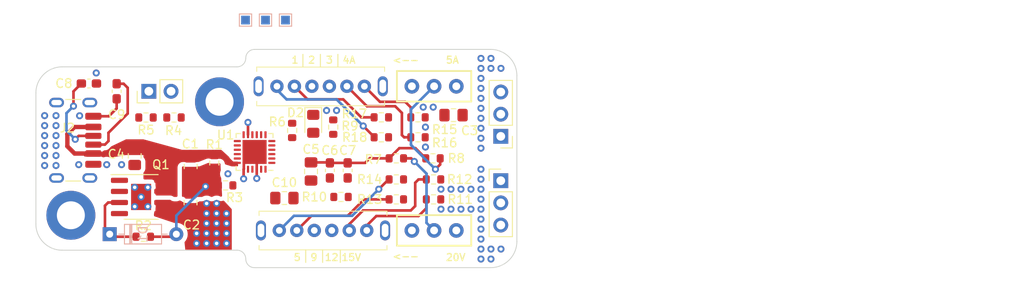
<source format=kicad_pcb>
(kicad_pcb (version 20221018) (generator pcbnew)
  (layers (0 "F.Cu" signal) (1 "In1.Cu" power "GND") (2 "In2.Cu" power "PWR") (31 "B.Cu" signal) (34 "B.Paste" user) (35 "F.Paste" user) (36 "B.SilkS" user "B.Silkscreen") (37 "F.SilkS" user "F.Silkscreen") (38 "B.Mask" user) (39 "F.Mask" user) (44 "Edge.Cuts" user))
  (net 0 "")
  (net 1 "VBUS")
  (net 2 "Net-(D1-A)")
  (net 3 "+VSW")
  (net 4 "GND")
  (net 5 "+3V3")
  (net 6 "Net-(J2-CC1)")
  (net 7 "Net-(J2-CC2)")
  (net 8 "Net-(U1-VCCD)")
  (net 9 "Net-(D1-K)")
  (net 10 "Net-(D2-A)")
  (net 12 "Net-(J3-Pin_1)")
  (net 13 "Net-(J3-Pin_2)")
  (net 14 "Net-(U1-VBUS_FET_EN)")
  (net 15 "Net-(U1-FAULT)")
  (net 16 "Net-(SW1-B)")
  (net 17 "Net-(SW2-B)")
  (net 18 "Net-(U1-ISNK_FINE)")
  (net 19 "Net-(U1-VBUS_MIN)")
  (net 20 "Net-(R11-Pad1)")
  (net 21 "Net-(R12-Pad1)")
  (net 22 "Net-(R13-Pad1)")
  (net 23 "Net-(R14-Pad1)")
  (net 24 "Net-(R15-Pad1)")
  (net 25 "Net-(R16-Pad1)")
  (net 26 "Net-(R17-Pad1)")
  (net 27 "Net-(SW2-C)")
  (net 28 "Net-(SW1-A)")
  (net 30 "Net-(R18-Pad1)")
  (net 32 "Net-(U1-SAFE_PWR_EN)")
  (net 33 "Net-(U1-FLIP)")
  (footprint "MountingHole:MountingHole_3.2mm_M3_DIN965_Pad" (layer "F.Cu") (at 138 85)
    (fp_text reference "H1" hide)
    (fp_text value "MountingHole")
    (pad "1" thru_hole circle (at 0 0) (size 5.6 5.6) (drill 3.2) (layers "*.Cu" "*.Mask"))
  )
  (footprint "Resistor_SMD:R_0603_1608Metric" (layer "F.Cu") (at 162.471 93.893)
    (fp_text reference "R12" (at 2.985 0) (layer "F.SilkS"))
    (fp_text value "2k4")
    (pad "1" smd roundrect (at -0.825 0) (size 0.8 0.95) (layers "F.Cu" "F.Paste" "F.Mask") (net 21 "Net-(R12-Pad1)"))
    (pad "2" smd roundrect (at 0.825 0) (size 0.8 0.95) (layers "F.Cu" "F.Paste" "F.Mask") (net 4 "GND"))
  )
  (footprint "Connector_PinHeader_2.54mm:PinHeader_1x03_P2.54mm_Vertical" (layer "F.Cu") (at 170.16 94.04)
    (fp_text reference "J4" hide)
    (fp_text value "Conn_01x03")
    (pad "1" thru_hole rect (at 0 0) (size 1.7 1.7) (drill 1) (layers "*.Cu" "*.Mask") (net 4 "GND"))
    (pad "2" thru_hole oval (at 0 2.54) (size 1.7 1.7) (drill 1) (layers "*.Cu" "*.Mask") (net 4 "GND"))
    (pad "3" thru_hole oval (at 0 5.08) (size 1.7 1.7) (drill 1) (layers "*.Cu" "*.Mask") (net 4 "GND"))
  )
  (footprint "USB:SK-14D01-G 6" (layer "F.Cu") (at 149.565 83.225)
    (fp_text reference "SW4" hide)
    (fp_text value "~")
    (pad "1" thru_hole circle (at -5 0) (size 1.524 1.524) (drill 0.762) (layers "*.Cu" "*.Mask") (net 30 "Net-(R18-Pad1)"))
    (pad "2" thru_hole circle (at -3 0) (size 1.524 1.524) (drill 0.762) (layers "*.Cu" "*.Mask") (net 26 "Net-(R17-Pad1)"))
    (pad "3" thru_hole circle (at -1 0) (size 1.524 1.524) (drill 0.762) (layers "*.Cu" "*.Mask") (net 27 "Net-(SW2-C)"))
    (pad "4" thru_hole circle (at 1 0) (size 1.524 1.524) (drill 0.762) (layers "*.Cu" "*.Mask") (net 27 "Net-(SW2-C)"))
    (pad "5" thru_hole circle (at 3 0) (size 1.524 1.524) (drill 0.762) (layers "*.Cu" "*.Mask") (net 25 "Net-(R16-Pad1)"))
    (pad "6" thru_hole circle (at 5 0) (size 1.524 1.524) (drill 0.762) (layers "*.Cu" "*.Mask") (net 24 "Net-(R15-Pad1)"))
    (pad "S1" thru_hole oval (at -7.1 0) (size 1.143 2.286) (drill oval 0.762 1.524) (layers "*.Cu" "*.Mask"))
    (pad "S2" thru_hole oval (at 7.1 0) (size 1.143 2.286) (drill oval 0.762 1.524) (layers "*.Cu" "*.Mask"))
  )
  (footprint "SS12D00_switch:Schiebeschalter SS-12D00" (layer "F.Cu") (at 162.535 99.735)
    (fp_text reference "SW1" hide)
    (fp_text value "SW_SPDT")
    (pad "1" thru_hole circle (at -2.54 0) (size 1.6764 1.6764) (drill 0.9) (layers "*.Cu" "*.Mask") (net 28 "Net-(SW1-A)"))
    (pad "2" thru_hole circle (at 0 0) (size 1.6764 1.6764) (drill 0.9) (layers "*.Cu" "*.Mask") (net 16 "Net-(SW1-B)"))
    (pad "3" thru_hole circle (at 2.54 0) (size 1.6764 1.6764) (drill 0.9) (layers "*.Cu" "*.Mask"))
  )
  (footprint "Resistor_SMD:R_0603_1608Metric" (layer "F.Cu") (at 156.502 89.067)
    (fp_text reference "R18" (at -3.048 0) (layer "F.SilkS"))
    (fp_text value "1k")
    (pad "1" smd roundrect (at -0.825 0) (size 0.8 0.95) (layers "F.Cu" "F.Paste" "F.Mask") (net 30 "Net-(R18-Pad1)"))
    (pad "2" smd roundrect (at 0.825 0) (size 0.8 0.95) (layers "F.Cu" "F.Paste" "F.Mask") (net 4 "GND"))
  )
  (footprint "Resistor_SMD:R_0603_1608Metric" (layer "F.Cu") (at 138.7 94.577)
    (fp_text reference "R3" (at 1.016 1.397) (layer "F.SilkS"))
    (fp_text value "1K")
    (pad "1" smd roundrect (at -0.825 0) (size 0.8 0.95) (layers "F.Cu" "F.Paste" "F.Mask") (net 2 "Net-(D1-A)"))
    (pad "2" smd roundrect (at 0.825 0) (size 0.8 0.95) (layers "F.Cu" "F.Paste" "F.Mask") (net 14 "Net-(U1-VBUS_FET_EN)"))
  )
  (footprint "Resistor_SMD:R_0603_1608Metric" (layer "F.Cu") (at 156.502 86.781)
    (fp_text reference "R17" (at -3.086 -0.405) (layer "F.SilkS"))
    (fp_text value "2k4")
    (pad "1" smd roundrect (at -0.825 0) (size 0.8 0.95) (layers "F.Cu" "F.Paste" "F.Mask") (net 26 "Net-(R17-Pad1)"))
    (pad "2" smd roundrect (at 0.825 0) (size 0.8 0.95) (layers "F.Cu" "F.Paste" "F.Mask") (net 4 "GND"))
  )
  (footprint "Resistor_SMD:R_0603_1608Metric" (layer "F.Cu") (at 158.217 91.48)
    (fp_text reference "R7" (at -2.642 0.127 180) (layer "F.SilkS"))
    (fp_text value "5k1")
    (pad "1" smd roundrect (at -0.825 0) (size 0.8 0.95) (layers "F.Cu" "F.Paste" "F.Mask") (net 5 "+3V3"))
    (pad "2" smd roundrect (at 0.825 0) (size 0.8 0.95) (layers "F.Cu" "F.Paste" "F.Mask") (net 16 "Net-(SW1-B)"))
  )
  (footprint "Connector_PinHeader_2.54mm:PinHeader_1x03_P2.54mm_Vertical" (layer "F.Cu") (at 170.16 88.96 180)
    (fp_text reference "J1" hide)
    (fp_text value "Conn_01x03")
    (pad "1" thru_hole rect (at 0 0 180) (size 1.7 1.7) (drill 1) (layers "*.Cu" "*.Mask") (net 3 "+VSW"))
    (pad "2" thru_hole oval (at 0 2.54 180) (size 1.7 1.7) (drill 1) (layers "*.Cu" "*.Mask") (net 3 "+VSW"))
    (pad "3" thru_hole oval (at 0 5.08 180) (size 1.7 1.7) (drill 1) (layers "*.Cu" "*.Mask") (net 3 "+VSW"))
  )
  (footprint "Custom:USB-C 6 Pin - Long pads" (layer "F.Cu") (at 116.245 89.406 -90)
    (fp_text reference "J2" (at -1.406 -4.355 unlocked) (layer "F.SilkS"))
    (fp_text value "Type-C_6P")
    (pad "A5" smd roundrect (at -0.5 -7.325 270) (size 0.7 1.85) (layers "F.Cu" "F.Paste" "F.Mask") (net 6 "Net-(J2-CC1)"))
    (pad "A9" smd roundrect (at 1.52 -7.325 90) (size 0.76 1.85) (layers "F.Cu" "F.Paste" "F.Mask") (net 1 "VBUS"))
    (pad "A12" smd roundrect (at 2.75 -7.325 90) (size 0.8 1.85) (layers "F.Cu" "F.Paste" "F.Mask") (net 4 "GND"))
    (pad "B5" smd roundrect (at 0.5 -7.325 90) (size 0.7 1.85) (layers "F.Cu" "F.Paste" "F.Mask") (net 7 "Net-(J2-CC2)"))
    (pad "B9" smd roundrect (at -1.52 -7.325 270) (size 0.76 1.85) (layers "F.Cu" "F.Paste" "F.Mask") (net 1 "VBUS"))
    (pad "B12" smd roundrect (at -2.75 -7.325 270) (size 0.8 1.85) (layers "F.Cu" "F.Paste" "F.Mask") (net 4 "GND"))
    (pad "S1" thru_hole oval (at -4.32 -6.92 270) (size 1.1 1.7) (drill oval 0.6 1.2) (layers "*.Cu" "*.Mask" "F.Paste"))
    (pad "S1" thru_hole oval (at -4.32 -3.12 270) (size 1.1 1.7) (drill oval 0.6 1.2) (layers "*.Cu" "*.Mask" "F.Paste"))
    (pad "S1" thru_hole oval (at 4.32 -6.92 270) (size 1.1 1.7) (drill oval 0.6 1.2) (layers "*.Cu" "*.Mask" "F.Paste"))
    (pad "S1" thru_hole oval (at 4.32 -3.12 270) (size 1.1 1.7) (drill oval 0.6 1.2) (layers "*.Cu" "*.Mask" "F.Paste"))
  )
  (footprint "Capacitor_SMD:C_0805_2012Metric_Pad1.18x1.45mm_HandSolder" (layer "F.Cu") (at 128.3 91.2 -90)
    (fp_text reference "C4" (at -0.2 2.1 -180) (layer "F.SilkS"))
    (fp_text value "3u3")
    (pad "1" smd roundrect (at -1.0375 0 270) (size 1.175 1.45) (layers "F.Cu" "F.Paste" "F.Mask") (roundrect_rratio 0.212766) (net 1 "VBUS"))
    (pad "2" smd roundrect (at 1.0375 0 270) (size 1.175 1.45) (layers "F.Cu" "F.Paste" "F.Mask") (roundrect_rratio 0.212766) (net 4 "GND"))
  )
  (footprint "Resistor_SMD:R_0603_1608Metric" (layer "F.Cu") (at 137.401 92.007 -90)
    (fp_text reference "R1" (at -2.107 0.001 -180) (layer "F.SilkS"))
    (fp_text value "10k")
    (pad "1" smd roundrect (at -0.825 0 270) (size 0.8 0.95) (layers "F.Cu" "F.Paste" "F.Mask") (net 1 "VBUS"))
    (pad "2" smd roundrect (at 0.825 0 270) (size 0.8 0.95) (layers "F.Cu" "F.Paste" "F.Mask") (net 2 "Net-(D1-A)"))
  )
  (footprint "Package_SO:SOIC-8-1EP_3.9x4.9mm_P1.27mm_EP2.29x3mm" (layer "F.Cu") (at 129.032 95.901)
    (fp_text reference "Q1" (at 2.268 -3.701) (layer "F.SilkS"))
    (fp_text value "DMP3098LSD")
    (pad "1" smd roundrect (at -2.475 -1.905) (size 1.95 0.6) (layers "F.Cu" "F.Paste" "F.Mask") (net 9 "Net-(D1-K)"))
    (pad "2" smd roundrect (at -2.475 -0.635) (size 1.95 0.6) (layers "F.Cu" "F.Paste" "F.Mask") (net 2 "Net-(D1-A)"))
    (pad "3" smd roundrect (at -2.475 0.635) (size 1.95 0.6) (layers "F.Cu" "F.Paste" "F.Mask") (net 9 "Net-(D1-K)"))
    (pad "4" smd roundrect (at -2.475 1.905) (size 1.95 0.6) (layers "F.Cu" "F.Paste" "F.Mask") (net 2 "Net-(D1-A)"))
    (pad "5" smd roundrect (at 2.475 1.905) (size 1.95 0.6) (layers "F.Cu" "F.Paste" "F.Mask") (net 3 "+VSW"))
    (pad "6" smd roundrect (at 2.475 0.635) (size 1.95 0.6) (layers "F.Cu" "F.Paste" "F.Mask") (net 3 "+VSW"))
    (pad "7" smd roundrect (at 2.475 -0.635) (size 1.95 0.6) (layers "F.Cu" "F.Paste" "F.Mask") (net 1 "VBUS"))
    (pad "8" smd roundrect (at 2.475 -1.905) (size 1.95 0.6) (layers "F.Cu" "F.Paste" "F.Mask") (net 1 "VBUS"))
    (pad "9" smd rect (at 0 0) (size 2.29 3) (layers "F.Cu" "F.Mask"))
  )
  (footprint "Capacitor_SMD:C_0603_1608Metric_Pad1.08x0.95mm_HandSolder" (layer "F.Cu") (at 123.063 82.907)
    (fp_text reference "C8" (at -2.863 -0.007) (layer "F.SilkS"))
    (fp_text value "390p")
    (pad "1" smd roundrect (at -0.8625 0) (size 1.075 0.95) (layers "F.Cu" "F.Paste" "F.Mask") (net 6 "Net-(J2-CC1)"))
    (pad "2" smd roundrect (at 0.8625 0) (size 1.075 0.95) (layers "F.Cu" "F.Paste" "F.Mask") (net 4 "GND"))
  )
  (footprint "Resistor_SMD:R_0603_1608Metric" (layer "F.Cu") (at 162.408 91.48)
    (fp_text reference "R8" (at 2.667 0 180) (layer "F.SilkS"))
    (fp_text value "5k1")
    (pad "1" smd roundrect (at -0.825 0) (size 0.8 0.95) (layers "F.Cu" "F.Paste" "F.Mask") (net 5 "+3V3"))
    (pad "2" smd roundrect (at 0.825 0) (size 0.8 0.95) (layers "F.Cu" "F.Paste" "F.Mask") (net 17 "Net-(SW2-B)"))
  )
  (footprint "Capacitor_SMD:C_0805_2012Metric_Pad1.18x1.45mm_HandSolder" (layer "F.Cu") (at 134.7 92.4 -90)
    (fp_text reference "C1" (at -2.564 0.037 -180) (layer "F.SilkS"))
    (fp_text value "1u")
    (pad "1" smd roundrect (at -1.0375 0 270) (size 1.175 1.45) (layers "F.Cu" "F.Paste" "F.Mask") (roundrect_rratio 0.212766) (net 1 "VBUS"))
    (pad "2" smd roundrect (at 1.0375 0 270) (size 1.175 1.45) (layers "F.Cu" "F.Paste" "F.Mask") (roundrect_rratio 0.212766) (net 2 "Net-(D1-A)"))
  )
  (footprint "SS12D00_switch:Schiebeschalter SS-12D00" (layer "F.Cu") (at 162.535 83.225 180)
    (fp_text reference "SW2" hide)
    (fp_text value "SW_SPDT")
    (pad "1" thru_hole circle (at -2.54 0 180) (size 1.6764 1.6764) (drill 0.9) (layers "*.Cu" "*.Mask"))
    (pad "2" thru_hole circle (at 0 0 180) (size 1.6764 1.6764) (drill 0.9) (layers "*.Cu" "*.Mask") (net 17 "Net-(SW2-B)"))
    (pad "3" thru_hole circle (at 2.54 0 180) (size 1.6764 1.6764) (drill 0.9) (layers "*.Cu" "*.Mask") (net 27 "Net-(SW2-C)"))
  )
  (footprint "Capacitor_SMD:C_0603_1608Metric_Pad1.08x0.95mm_HandSolder" (layer "F.Cu") (at 126.238 83.796 -90)
    (fp_text reference "C9" (at 2.667 0 -180) (layer "F.SilkS"))
    (fp_text value "390p")
    (pad "1" smd roundrect (at -0.8625 0 270) (size 1.075 0.95) (layers "F.Cu" "F.Paste" "F.Mask") (net 7 "Net-(J2-CC2)"))
    (pad "2" smd roundrect (at 0.8625 0 270) (size 1.075 0.95) (layers "F.Cu" "F.Paste" "F.Mask") (net 4 "GND"))
  )
  (footprint "Capacitor_SMD:C_0805_2012Metric_Pad1.18x1.45mm_HandSolder" (layer "F.Cu") (at 134.685 96.548 90)
    (fp_text reference "C2" (at -2.552 0.115 180) (layer "F.SilkS"))
    (fp_text value "1u")
    (pad "1" smd roundrect (at -1.0375 0 90) (size 1.175 1.45) (layers "F.Cu" "F.Paste" "F.Mask") (roundrect_rratio 0.212766) (net 3 "+VSW"))
    (pad "2" smd roundrect (at 1.0375 0 90) (size 1.175 1.45) (layers "F.Cu" "F.Paste" "F.Mask") (roundrect_rratio 0.212766) (net 2 "Net-(D1-A)"))
  )
  (footprint "Resistor_SMD:R_0603_1608Metric" (layer "F.Cu") (at 132.791 86.8)
    (fp_text reference "R4" (at -0.05 1.5) (layer "F.SilkS"))
    (fp_text value "2k4")
    (pad "1" smd roundrect (at -0.825 0) (size 0.8 0.95) (layers "F.Cu" "F.Paste" "F.Mask") (net 5 "+3V3"))
    (pad "2" smd roundrect (at 0.825 0) (size 0.8 0.95) (layers "F.Cu" "F.Paste" "F.Mask") (net 13 "Net-(J3-Pin_2)"))
  )
  (footprint "MountingHole:MountingHole_3.2mm_M3_DIN965_Pad" (layer "F.Cu") (at 121 98)
    (fp_text reference "H2" hide)
    (fp_text value "MountingHole")
    (pad "1" thru_hole circle (at 0 0) (size 5.6 5.6) (drill 3.2) (layers "*.Cu" "*.Mask"))
  )
  (footprint "Connector_PinHeader_2.54mm:PinHeader_1x02_P2.54mm_Vertical" (layer "F.Cu") (at 129.916 83.796 90)
    (fp_text reference "J3" hide)
    (fp_text value "I2C")
    (pad "1" thru_hole rect (at 0 0 90) (size 1.7 1.7) (drill 1) (layers "*.Cu" "*.Mask") (net 12 "Net-(J3-Pin_1)"))
    (pad "2" thru_hole oval (at 0 2.54 90) (size 1.7 1.7) (drill 1) (layers "*.Cu" "*.Mask") (net 13 "Net-(J3-Pin_2)"))
  )
  (footprint "Package_DFN_QFN:QFN-24-1EP_4x4mm_P0.5mm_EP2.75x2.75mm" (layer "F.Cu") (at 142.006 90.748 180)
    (fp_text reference "U1" (at 3.306 1.948) (layer "F.SilkS"))
    (fp_text value "CYPD3177-24LQ")
    (pad "1" smd roundrect (at -1.975 -1.25 180) (size 0.8 0.25) (layers "F.Cu" "F.Paste" "F.Mask") (net 19 "Net-(U1-VBUS_MIN)"))
    (pad "2" smd roundrect (at -1.975 -0.75 180) (size 0.8 0.25) (layers "F.Cu" "F.Paste" "F.Mask") (net 16 "Net-(SW1-B)"))
    (pad "3" smd roundrect (at -1.975 -0.25 180) (size 0.8 0.25) (layers "F.Cu" "F.Paste" "F.Mask") (net 14 "Net-(U1-VBUS_FET_EN)"))
    (pad "4" smd roundrect (at -1.975 0.25 180) (size 0.8 0.25) (layers "F.Cu" "F.Paste" "F.Mask") (net 32 "Net-(U1-SAFE_PWR_EN)"))
    (pad "5" smd roundrect (at -1.975 0.75 180) (size 0.8 0.25) (layers "F.Cu" "F.Paste" "F.Mask") (net 17 "Net-(SW2-B)"))
    (pad "6" smd roundrect (at -1.975 1.25 180) (size 0.8 0.25) (layers "F.Cu" "F.Paste" "F.Mask") (net 18 "Net-(U1-ISNK_FINE)"))
    (pad "7" smd roundrect (at -1.25 1.975 180) (size 0.25 0.8) (layers "F.Cu" "F.Paste" "F.Mask"))
    (pad "8" smd roundrect (at -0.75 1.975 180) (size 0.25 0.8) (layers "F.Cu" "F.Paste" "F.Mask"))
    (pad "9" smd roundrect (at -0.25 1.975 180) (size 0.25 0.8) (layers "F.Cu" "F.Paste" "F.Mask") (net 15 "Net-(U1-FAULT)"))
    (pad "10" smd roundrect (at 0.25 1.975 180) (size 0.25 0.8) (layers "F.Cu" "F.Paste" "F.Mask") (net 33 "Net-(U1-FLIP)"))
    (pad "11" smd roundrect (at 0.75 1.975 180) (size 0.25 0.8) (layers "F.Cu" "F.Paste" "F.Mask") (net 3 "+VSW"))
    (pad "12" smd roundrect (at 1.25 1.975 180) (size 0.25 0.8) (layers "F.Cu" "F.Paste" "F.Mask") (net 12 "Net-(J3-Pin_1)"))
    (pad "13" smd roundrect (at 1.975 1.25 180) (size 0.8 0.25) (layers "F.Cu" "F.Paste" "F.Mask") (net 13 "Net-(J3-Pin_2)"))
    (pad "14" smd roundrect (at 1.975 0.75 180) (size 0.8 0.25) (layers "F.Cu" "F.Paste" "F.Mask") (net 7 "Net-(J2-CC2)"))
    (pad "15" smd roundrect (at 1.975 0.25 180) (size 0.8 0.25) (layers "F.Cu" "F.Paste" "F.Mask") (net 6 "Net-(J2-CC1)"))
    (pad "16" smd roundrect (at 1.975 -0.25 180) (size 0.8 0.25) (layers "F.Cu" "F.Paste" "F.Mask"))
    (pad "17" smd roundrect (at 1.975 -0.75 180) (size 0.8 0.25) (layers "F.Cu" "F.Paste" "F.Mask"))
    (pad "18" smd roundrect (at 1.975 -1.25 180) (size 0.8 0.25) (layers "F.Cu" "F.Paste" "F.Mask") (net 1 "VBUS"))
    (pad "19" smd roundrect (at 1.25 -1.975 180) (size 0.25 0.8) (layers "F.Cu" "F.Paste" "F.Mask") (net 4 "GND"))
    (pad "20" smd roundrect (at 0.75 -1.975 180) (size 0.25 0.8) (layers "F.Cu" "F.Paste" "F.Mask"))
    (pad "21" smd roundrect (at 0.25 -1.975 180) (size 0.25 0.8) (layers "F.Cu" "F.Paste" "F.Mask"))
    (pad "22" smd roundrect (at -0.25 -1.975 180) (size 0.25 0.8) (layers "F.Cu" "F.Paste" "F.Mask") (net 4 "GND"))
    (pad "23" smd roundrect (at -0.75 -1.975 180) (size 0.25 0.8) (layers "F.Cu" "F.Paste" "F.Mask") (net 5 "+3V3"))
    (pad "24" smd roundrect (at -1.25 -1.975 180) (size 0.25 0.8) (layers "F.Cu" "F.Paste" "F.Mask") (net 8 "Net-(U1-VCCD)"))
    (pad "25" smd rect (at 0 0 180) (size 2.75 2.75) (layers "F.Cu" "F.Mask") (net 4 "GND"))
  )
  (footprint "Resistor_SMD:R_0603_1608Metric" (layer "F.Cu") (at 158.217 93.893)
    (fp_text reference "R14" (at -3.048 0) (layer "F.SilkS"))
    (fp_text value "0")
    (pad "1" smd roundrect (at -0.825 0) (size 0.8 0.95) (layers "F.Cu" "F.Paste" "F.Mask") (net 23 "Net-(R14-Pad1)"))
    (pad "2" smd roundrect (at 0.825 0) (size 0.8 0.95) (layers "F.Cu" "F.Paste" "F.Mask") (net 4 "GND"))
  )
  (footprint "Capacitor_SMD:C_0603_1608Metric_Pad1.08x0.95mm_HandSolder" (layer "F.Cu") (at 150.622 92.8625 -90)
    (fp_text reference "C6" (at -2.2955 0 -180) (layer "F.SilkS"))
    (fp_text value "100n")
    (pad "1" smd roundrect (at -0.8625 0 270) (size 1.075 0.95) (layers "F.Cu" "F.Paste" "F.Mask") (net 5 "+3V3"))
    (pad "2" smd roundrect (at 0.8625 0 270) (size 1.075 0.95) (layers "F.Cu" "F.Paste" "F.Mask") (net 4 "GND"))
  )
  (footprint "LED_SMD:LED_0805_2012Metric_Pad1.15x1.40mm_HandSolder" (layer "F.Cu") (at 148.717 87.519 -90)
    (fp_text reference "D2" (at -1.27 2.032 -180) (layer "F.SilkS"))
    (fp_text value "LED")
    (pad "1" smd roundrect (at -1.025 0 270) (size 1.15 1.4) (layers "F.Cu" "F.Paste" "F.Mask") (roundrect_rratio 0.217391) (net 4 "GND"))
    (pad "2" smd roundrect (at 1.025 0 270) (size 1.15 1.4) (layers "F.Cu" "F.Paste" "F.Mask") (roundrect_rratio 0.217391) (net 10 "Net-(D2-A)"))
  )
  (footprint "Resistor_SMD:R_0603_1608Metric" (layer "F.Cu") (at 160.693 86.781)
    (fp_text reference "R15" (at 3.048 1.397) (layer "F.SilkS"))
    (fp_text value "10k")
    (pad "1" smd roundrect (at -0.825 0) (size 0.8 0.95) (layers "F.Cu" "F.Paste" "F.Mask") (net 24 "Net-(R15-Pad1)"))
    (pad "2" smd roundrect (at 0.825 0) (size 0.8 0.95) (layers "F.Cu" "F.Paste" "F.Mask") (net 4 "GND"))
  )
  (footprint "Capacitor_SMD:C_0805_2012Metric_Pad1.18x1.45mm_HandSolder" (layer "F.Cu") (at 148.463 92.98 -90)
    (fp_text reference "C5" (at -2.54 0) (layer "F.SilkS"))
    (fp_text value "1u")
    (pad "1" smd roundrect (at -1.0375 0 270) (size 1.175 1.45) (layers "F.Cu" "F.Paste" "F.Mask") (roundrect_rratio 0.212766) (net 5 "+3V3"))
    (pad "2" smd roundrect (at 1.0375 0 270) (size 1.175 1.45) (layers "F.Cu" "F.Paste" "F.Mask") (roundrect_rratio 0.212766) (net 4 "GND"))
  )
  (footprint "Capacitor_SMD:C_0805_2012Metric_Pad1.18x1.45mm_HandSolder" (layer "F.Cu") (at 164.757 86.527 180)
    (fp_text reference "C3" (at -1.842 -1.778) (layer "F.SilkS"))
    (fp_text value "3u3")
    (pad "1" smd roundrect (at -1.0375 0 180) (size 1.175 1.45) (layers "F.Cu" "F.Paste" "F.Mask") (roundrect_rratio 0.212766) (net 3 "+VSW"))
    (pad "2" smd roundrect (at 1.0375 0 180) (size 1.175 1.45) (layers "F.Cu" "F.Paste" "F.Mask") (roundrect_rratio 0.212766) (net 4 "GND"))
  )
  (footprint "USB:SK-14D01-G 6" (layer "F.Cu") (at 149.835 99.735)
    (fp_text reference "SW3" hide)
    (fp_text value "~")
    (pad "1" thru_hole circle (at -5 0) (size 1.524 1.524) (drill 0.762) (layers "*.Cu" "*.Mask") (net 23 "Net-(R14-Pad1)"))
    (pad "2" thru_hole circle (at -3 0) (size 1.524 1.524) (drill 0.762) (layers "*.Cu" "*.Mask") (net 22 "Net-(R13-Pad1)"))
    (pad "3" thru_hole circle (at -1 0) (size 1.524 1.524) (drill 0.762) (layers "*.Cu" "*.Mask") (net 28 "Net-(SW1-A)"))
    (pad "4" thru_hole circle (at 1 0) (size 1.524 1.524) (drill 0.762) (layers "*.Cu" "*.Mask") (net 28 "Net-(SW1-A)"))
    (pad "5" thru_hole circle (at 3 0) (size 1.524 1.524) (drill 0.762) (layers "*.Cu" "*.Mask") (net 21 "Net-(R12-Pad1)"))
    (pad "6" thru_hole circle (at 5 0) (size 1.524 1.524) (drill 0.762) (layers "*.Cu" "*.Mask") (net 20 "Net-(R11-Pad1)"))
    (pad "S1" thru_hole oval (at -7.1 0) (size 1.143 2.286) (drill oval 0.762 1.524) (layers "*.Cu" "*.Mask"))
    (pad "S2" thru_hole oval (at 7.1 0) (size 1.143 2.286) (drill oval 0.762 1.524) (layers "*.Cu" "*.Mask"))
  )
  (footprint "Resistor_SMD:R_0603_1608Metric" (layer "F.Cu") (at 129.591 86.8 180)
    (fp_text reference "R5" (at 0 -1.43) (layer "F.SilkS"))
    (fp_text value "2k4")
    (pad "1" smd roundrect (at -0.825 0 180) (size 0.8 0.95) (layers "F.Cu" "F.Paste" "F.Mask") (net 5 "+3V3"))
    (pad "2" smd roundrect (at 0.825 0 180) (size 0.8 0.95) (layers "F.Cu" "F.Paste" "F.Mask") (net 12 "Net-(J3-Pin_1)"))
  )
  (footprint "Resistor_SMD:R_0603_1608Metric" (layer "F.Cu") (at 160.693 89.067)
    (fp_text reference "R16" (at 3.048 0.635) (layer "F.SilkS"))
    (fp_text value "5k1")
    (pad "1" smd roundrect (at -0.825 0) (size 0.8 0.95) (layers "F.Cu" "F.Paste" "F.Mask") (net 25 "Net-(R16-Pad1)"))
    (pad "2" smd roundrect (at 0.825 0) (size 0.8 0.95) (layers "F.Cu" "F.Paste" "F.Mask") (net 4 "GND"))
  )
  (footprint "Resistor_SMD:R_0603_1608Metric" (layer "F.Cu") (at 146.304 88.281 90)
    (fp_text reference "R6" (at 0.981 -1.704 180) (layer "F.SilkS"))
    (fp_text value "1k")
    (pad "1" smd roundrect (at -0.825 0 90) (size 0.8 0.95) (layers "F.Cu" "F.Paste" "F.Mask") (net 10 "Net-(D2-A)"))
    (pad "2" smd roundrect (at 0.825 0 90) (size 0.8 0.95) (layers "F.Cu" "F.Paste" "F.Mask") (net 15 "Net-(U1-FAULT)"))
  )
  (footprint "Capacitor_SMD:C_0805_2012Metric_Pad1.18x1.45mm_HandSolder" (layer "F.Cu") (at 145.415 96.028)
    (fp_text reference "C10" (at 0 -1.778 180) (layer "F.SilkS"))
    (fp_text value "1u")
    (pad "1" smd roundrect (at -1.0375 0) (size 1.175 1.45) (layers "F.Cu" "F.Paste" "F.Mask") (roundrect_rratio 0.212766) (net 8 "Net-(U1-VCCD)"))
    (pad "2" smd roundrect (at 1.0375 0) (size 1.175 1.45) (layers "F.Cu" "F.Paste" "F.Mask") (roundrect_rratio 0.212766) (net 4 "GND"))
  )
  (footprint "Resistor_SMD:R_0603_1608Metric" (layer "F.Cu") (at 151.892 95.901)
    (fp_text reference "R10" (at -3.048 0) (layer "F.SilkS"))
    (fp_text value "5k1")
    (pad "1" smd roundrect (at -0.825 0) (size 0.8 0.95) (layers "F.Cu" "F.Paste" "F.Mask") (net 19 "Net-(U1-VBUS_MIN)"))
    (pad "2" smd roundrect (at 0.825 0) (size 0.8 0.95) (layers "F.Cu" "F.Paste" "F.Mask") (net 4 "GND"))
  )
  (footprint "Resistor_SMD:R_0603_1608Metric" (layer "F.Cu") (at 162.471 96.179)
    (fp_text reference "R11" (at 3.048 0 180) (layer "F.SilkS"))
    (fp_text value "5k1")
    (pad "1" smd roundrect (at -0.825 0) (size 0.8 0.95) (layers "F.Cu" "F.Paste" "F.Mask") (net 20 "Net-(R11-Pad1)"))
    (pad "2" smd roundrect (at 0.825 0) (size 0.8 0.95) (layers "F.Cu" "F.Paste" "F.Mask") (net 4 "GND"))
  )
  (footprint "Resistor_SMD:R_0603_1608Metric" (layer "F.Cu") (at 129.286 100.457)
    (fp_text reference "R2" (at 0 -1.27 180) (layer "F.SilkS"))
    (fp_text value "50K")
    (pad "1" smd roundrect (at -0.825 0) (size 0.8 0.95) (layers "F.Cu" "F.Paste" "F.Mask") (net 9 "Net-(D1-K)"))
    (pad "2" smd roundrect (at 0.825 0) (size 0.8 0.95) (layers "F.Cu" "F.Paste" "F.Mask") (net 2 "Net-(D1-A)"))
  )
  (footprint "Capacitor_SMD:C_0603_1608Metric_Pad1.08x0.95mm_HandSolder" (layer "F.Cu") (at 152.654 92.8625 -90)
    (fp_text reference "C7" (at -2.2955 0 -180) (layer "F.SilkS"))
    (fp_text value "100n")
    (pad "1" smd roundrect (at -0.8625 0 270) (size 1.075 0.95) (layers "F.Cu" "F.Paste" "F.Mask") (net 5 "+3V3"))
    (pad "2" smd roundrect (at 0.8625 0 270) (size 1.075 0.95) (layers "F.Cu" "F.Paste" "F.Mask") (net 4 "GND"))
  )
  (footprint "Resistor_SMD:R_0603_1608Metric" (layer "F.Cu") (at 158.217 96.179)
    (fp_text reference "R13" (at -3.048 0) (layer "F.SilkS"))
    (fp_text value "1k")
    (pad "1" smd roundrect (at -0.825 0) (size 0.8 0.95) (layers "F.Cu" "F.Paste" "F.Mask") (net 22 "Net-(R13-Pad1)"))
    (pad "2" smd roundrect (at 0.825 0) (size 0.8 0.95) (layers "F.Cu" "F.Paste" "F.Mask") (net 4 "GND"))
  )
  (footprint "Resistor_SMD:R_0603_1608Metric" (layer "F.Cu") (at 151.003 87.9 90)
    (fp_text reference "R9" (at 0.127 1.905 180) (layer "F.SilkS"))
    (fp_text value "5k1")
    (pad "1" smd roundrect (at -0.825 0 90) (size 0.8 0.95) (layers "F.Cu" "F.Paste" "F.Mask") (net 18 "Net-(U1-ISNK_FINE)"))
    (pad "2" smd roundrect (at 0.825 0 90) (size 0.8 0.95) (layers "F.Cu" "F.Paste" "F.Mask") (net 4 "GND"))
  )
  (footprint "TestPoint:TestPoint_Pad_1.0x1.0mm" (layer "B.Cu") (at 140.97 75.6395 180)
    (fp_text reference "TP2" hide)
    (fp_text value "TestPoint")
    (pad "1" smd rect (at 0 0 180) (size 1 1) (layers "B.Cu" "B.Mask") (net 33 "Net-(U1-FLIP)"))
  )
  (footprint "LOGO" (layer "B.Cu") (at 149.1 91.8 180)
    (fp_text reference "G***" hide)
    (fp_text value "LOGO" hide)
  )
  (footprint "TestPoint:TestPoint_Pad_1.0x1.0mm" (layer "B.Cu") (at 143.256 75.6395 180)
    (fp_text reference "TP3" hide)
    (fp_text value "TestPoint")
    (pad "1" smd rect (at 0 0 180) (size 1 1) (layers "B.Cu" "B.Mask") (net 15 "Net-(U1-FAULT)"))
  )
  (footprint "TestPoint:TestPoint_Pad_1.0x1.0mm" (layer "B.Cu") (at 145.542 75.6395 180)
    (fp_text reference "TP1" hide)
    (fp_text value "TestPoint")
    (pad "1" smd rect (at 0 0 180) (size 1 1) (layers "B.Cu" "B.Mask") (net 32 "Net-(U1-SAFE_PWR_EN)"))
  )
  (footprint "Diode_THT:D_DO-35_SOD27_P7.62mm_Horizontal" (layer "B.Cu") (at 125.439 100.165)
    (fp_text reference "D1" (at 3.81 0 90) (layer "B.SilkS") (effects (justify mirror)))
    (fp_text value "D_Zener")
    (pad "1" thru_hole rect (at 0 0) (size 1.6 1.6) (drill 0.8) (layers "*.Cu" "*.Mask") (net 9 "Net-(D1-K)"))
    (pad "2" thru_hole oval (at 7.62 0) (size 1.6 1.6) (drill 0.8) (layers "*.Cu" "*.Mask") (net 2 "Net-(D1-A)"))
  )
  (gr_arc (start 140 102) (mid 140.707107 102.292893) (end 141 103) (stroke (width 0.1)) (layer "Edge.Cuts"))
  (gr_arc (start 117 84) (mid 117.87868 81.87868) (end 120 81) (stroke (width 0.1)) (layer "Edge.Cuts"))
  (gr_arc (start 120 102) (mid 117.87868 101.12132) (end 117 99) (stroke (width 0.1)) (layer "Edge.Cuts"))
  (gr_line (start 140 81) (end 120 81) (stroke (width 0.1)) (layer "Edge.Cuts"))
  (gr_line (start 169 104) (end 142 104) (stroke (width 0.1)) (layer "Edge.Cuts"))
  (gr_arc (start 142 104) (mid 141.292893 103.707107) (end 141 103) (stroke (width 0.1)) (layer "Edge.Cuts"))
  (gr_line (start 140 102) (end 120 102) (stroke (width 0.1)) (layer "Edge.Cuts"))
  (gr_arc (start 169 79) (mid 171.12132 79.87868) (end 172 82) (stroke (width 0.1)) (layer "Edge.Cuts"))
  (gr_line (start 117 99) (end 117 84) (stroke (width 0.1)) (layer "Edge.Cuts"))
  (gr_line (start 172 101) (end 172 82) (stroke (width 0.1)) (layer "Edge.Cuts"))
  (gr_arc (start 172 101) (mid 171.12132 103.12132) (end 169 104) (stroke (width 0.1)) (layer "Edge.Cuts"))
  (gr_arc (start 141 80) (mid 140.707107 80.707107) (end 140 81) (stroke (width 0.1)) (layer "Edge.Cuts"))
  (gr_arc (start 141 80) (mid 141.292893 79.292893) (end 142 79) (stroke (width 0.1)) (layer "Edge.Cuts"))
  (gr_line (start 169 79) (end 142 79) (stroke (width 0.1)) (layer "Edge.Cuts"))
  (gr_text "<--" (at 157.709 103.164) (layer "F.SilkS") (effects (font (size 0.8 0.8) (thickness 0.15) bold) (justify left bottom)))
  (gr_text "5" (at 146.406 103.291) (layer "F.SilkS") (effects (font (size 0.8 0.8) (thickness 0.15) bold) (justify left bottom)))
  (gr_text "|" (at 150.975 80.795) (layer "F.SilkS") (effects (font (size 1 1) (thickness 0.125)) (justify left bottom)))
  (gr_text "1" (at 146.152 80.685) (layer "F.SilkS") (effects (font (size 0.8 0.8) (thickness 0.15) bold) (justify left bottom)))
  (gr_text "|" (at 148.975 80.795) (layer "F.SilkS") (effects (font (size 1 1) (thickness 0.125)) (justify left bottom)))
  (gr_text "9" (at 148.311 103.291) (layer "F.SilkS") (effects (font (size 0.8 0.8) (thickness 0.15) bold) (justify left bottom)))
  (gr_text "20V" (at 163.805 103.291) (layer "F.SilkS") (effects (font (size 0.8 0.8) (thickness 0.15) bold) (justify left bottom)))
  (gr_text "<--" (at 157.709 80.685) (layer "F.SilkS") (effects (font (size 0.8 0.8) (thickness 0.15) bold) (justify left bottom)))
  (gr_text "|" (at 151.255 103.195) (layer "F.SilkS") (effects (font (size 1 1) (thickness 0.125)) (justify left bottom)))
  (gr_text "12" (at 149.962 103.291) (layer "F.SilkS") (effects (font (size 0.8 0.8) (thickness 0.15) bold) (justify left bottom)))
  (gr_text "15V" (at 151.867 103.291) (layer "F.SilkS") (effects (font (size 0.8 0.8) (thickness 0.15) bold) (justify left bottom)))
  (gr_text "3" (at 150.086 80.685) (layer "F.SilkS") (effects (font (size 0.8 0.8) (thickness 0.15) bold) (justify left bottom)))
  (gr_text "|" (at 149.229 103.195) (layer "F.SilkS") (effects (font (size 1 1) (thickness 0.125)) (justify left bottom)))
  (gr_text "|" (at 146.975 80.795) (layer "F.SilkS") (effects (font (size 1 1) (thickness 0.125)) (justify left bottom)))
  (gr_text "4A" (at 151.991 80.685) (layer "F.SilkS") (effects (font (size 0.8 0.8) (thickness 0.15) bold) (justify left bottom)))
  (gr_text "|" (at 147.295 103.195) (layer "F.SilkS") (effects (font (size 1 1) (thickness 0.125)) (justify left bottom)))
  (gr_text "5A" (at 163.805 80.685) (layer "F.SilkS") (effects (font (size 0.8 0.8) (thickness 0.15) bold) (justify left bottom)))
  (gr_text "2" (at 148.057 80.685) (layer "F.SilkS") (effects (font (size 0.8 0.8) (thickness 0.15) bold) (justify left bottom)))
  (segment (start 121.414 87.886) (end 120.6 88.7) (width 0.5) (layer "F.Cu") (net 1))
  (segment (start 139.498 91.998) (end 138.682 91.182) (width 0.3) (layer "F.Cu") (net 1))
  (segment (start 123.57 87.886) (end 121.414 87.886) (width 0.5) (layer "F.Cu") (net 1))
  (segment (start 121.426 90.926) (end 123.57 90.926) (width 0.5) (layer "F.Cu") (net 1))
  (segment (start 138.682 91.182) (end 137.401 91.182) (width 0.3) (layer "F.Cu") (net 1))
  (segment (start 140.031 91.998) (end 139.498 91.998) (width 0.3) (layer "F.Cu") (net 1))
  (segment (start 120.6 88.7) (end 120.6 90.1) (width 0.5) (layer "F.Cu") (net 1))
  (segment (start 120.6 90.1) (end 121.426 90.926) (width 0.5) (layer "F.Cu") (net 1))
  (segment (start 130.111 100.457) (end 132.767 100.457) (width 0.3) (layer "F.Cu") (net 2))
  (segment (start 132.767 100.457) (end 133.059 100.165) (width 0.3) (layer "F.Cu") (net 2))
  (via (at 136.4 94.7) (size 0.8) (drill 0.4) (layers "F.Cu" "B.Cu") (net 2))
  (segment (start 133.059 100.165) (end 133.059 98.041) (width 0.3) (layer "B.Cu") (net 2))
  (segment (start 133.059 98.041) (end 136.4 94.7) (width 0.3) (layer "B.Cu") (net 2))
  (segment (start 141.256 88.773) (end 141.256 87.366) (width 0.3) (layer "F.Cu") (net 3))
  (segment (start 141.256 87.366) (end 141.25 87.36) (width 0.3) (layer "F.Cu") (net 3))
  (via (at 136.525 98.933) (size 0.8) (drill 0.4) (layers "F.Cu" "B.Cu") (net 3))
  (via (at 170.18 81.169) (size 0.8) (drill 0.4) (layers "F.Cu" "B.Cu") (net 3))
  (via (at 135.382 101.219) (size 0.8) (drill 0.4) (layers "F.Cu" "B.Cu") (net 3))
  (via (at 167.894 85.741) (size 0.8) (drill 0.4) (layers "F.Cu" "B.Cu") (net 3))
  (via (at 167.894 82.312) (size 0.8) (drill 0.4) (layers "F.Cu" "B.Cu") (net 3))
  (via (at 167.894 84.598) (size 0.8) (drill 0.4) (layers "F.Cu" "B.Cu") (net 3))
  (via (at 138.811 100.076) (size 0.8) (drill 0.4) (layers "F.Cu" "B.Cu") (net 3))
  (via (at 167.894 81.169) (size 0.8) (drill 0.4) (layers "F.Cu" "B.Cu") (net 3))
  (via (at 137.668 100.076) (size 0.8) (drill 0.4) (layers "F.Cu" "B.Cu") (net 3))
  (via (at 136.525 96.647) (size 0.8) (drill 0.4) (layers "F.Cu" "B.Cu") (net 3))
  (via (at 167.894 90.313) (size 0.8) (drill 0.4) (layers "F.Cu" "B.Cu") (net 3))
  (via (at 136.525 97.79) (size 0.8) (drill 0.4) (layers "F.Cu" "B.Cu") (net 3))
  (via (at 167.894 89.17) (size 0.8) (drill 0.4) (layers "F.Cu" "B.Cu") (net 3))
  (via (at 169.037 80.026) (size 0.8) (drill 0.4) (layers "F.Cu" "B.Cu") (net 3))
  (via (at 141.25 87.36) (size 0.8) (drill 0.4) (layers "F.Cu" "B.Cu") (net 3))
  (via (at 137.668 98.933) (size 0.8) (drill 0.4) (layers "F.Cu" "B.Cu") (net 3))
  (via (at 135.382 100.076) (size 0.8) (drill 0.4) (layers "F.Cu" "B.Cu") (net 3))
  (via (at 167.894 80.026) (size 0.8) (drill 0.4) (layers "F.Cu" "B.Cu") (net 3))
  (via (at 137.668 101.219) (size 0.8) (drill 0.4) (layers "F.Cu" "B.Cu") (net 3))
  (via (at 169.037 81.169) (size 0.8) (drill 0.4) (layers "F.Cu" "B.Cu") (net 3))
  (via (at 138.811 101.219) (size 0.8) (drill 0.4) (layers "F.Cu" "B.Cu") (net 3))
  (via (at 167.894 83.455) (size 0.8) (drill 0.4) (layers "F.Cu" "B.Cu") (net 3))
  (via (at 138.8 97.8) (size 0.8) (drill 0.4) (layers "F.Cu" "B.Cu") (net 3))
  (via (at 137.668 97.79) (size 0.8) (drill 0.4) (layers "F.Cu" "B.Cu") (net 3))
  (via (at 167.894 86.884) (size 0.8) (drill 0.4) (layers "F.Cu" "B.Cu") (net 3))
  (via (at 167.894 88.027) (size 0.8) (drill 0.4) (layers "F.Cu" "B.Cu") (net 3))
  (via (at 136.525 100.076) (size 0.8) (drill 0.4) (layers "F.Cu" "B.Cu") (net 3))
  (via (at 136.525 101.219) (size 0.8) (drill 0.4) (layers "F.Cu" "B.Cu") (net 3))
  (via (at 137.668 96.647) (size 0.8) (drill 0.4) (layers "F.Cu" "B.Cu") (net 3))
  (via (at 138.811 98.933) (size 0.8) (drill 0.4) (layers "F.Cu" "B.Cu") (net 3))
  (segment (start 140.756 92.723) (end 140.781 92.698) (width 0.3) (layer "F.Cu") (net 4))
  (segment (start 142.256 92.723) (end 142.256 90.998) (width 0.3) (layer "F.Cu") (net 4))
  (segment (start 140.756 93.82) (end 140.756 92.723) (width 0.3) (layer "F.Cu") (net 4))
  (segment (start 142.256 90.998) (end 142.006 90.748) (width 0.3) (layer "F.Cu") (net 4))
  (segment (start 126.238 84.6585) (end 126.238 85.762) (width 0.3) (layer "F.Cu") (net 4))
  (segment (start 140.781 92.698) (end 140.781 91.973) (width 0.3) (layer "F.Cu") (net 4))
  (segment (start 142.256 93.78) (end 142.256 92.723) (width 0.3) (layer "F.Cu") (net 4))
  (segment (start 126.238 85.762) (end 125.344 86.656) (width 0.3) (layer "F.Cu") (net 4))
  (segment (start 140.781 91.973) (end 142.006 90.748) (width 0.3) (layer "F.Cu") (net 4))
  (segment (start 125.344 86.656) (end 123.57 86.656) (width 0.3) (layer "F.Cu") (net 4))
  (via (at 128.3 97) (size 0.8) (drill 0.4) (layers "F.Cu" "B.Cu") (net 4))
  (via (at 121.9 92.2) (size 0.8) (drill 0.4) (layers "F.Cu" "B.Cu") (net 4))
  (via (at 140.756 93.82) (size 0.8) (drill 0.4) (layers "F.Cu" "B.Cu") (net 4))
  (via (at 166.751 97.298) (size 0.8) (drill 0.4) (layers "F.Cu" "B.Cu") (net 4))
  (via (at 128.3 94.8) (size 0.8) (drill 0.4) (layers "F.Cu" "B.Cu") (net 4))
  (via (at 119.3 86.585) (size 0.8) (drill 0.4) (layers "F.Cu" "B.Cu") (net 4))
  (via (at 167.894 93.869) (size 0.8) (drill 0.4) (layers "F.Cu" "B.Cu") (net 4))
  (via (at 138.96 93.25) (size 0.8) (drill 0.4) (layers "F.Cu" "B.Cu") (net 4))
  (via (at 151.384 85.995) (size 0.8) (drill 0.4) (layers "F.Cu" "B.Cu") (net 4))
  (via (at 162.433 85.614) (size 0.8) (drill 0.4) (layers "F.Cu" "B.Cu") (net 4))
  (via (at 119.3 88.871) (size 0.8) (drill 0.4) (layers "F.Cu" "B.Cu") (net 4))
  (via (at 118 91.157) (size 0.8) (drill 0.4) (layers "F.Cu" "B.Cu") (net 4))
  (via (at 167.894 97.298) (size 0.8) (drill 0.4) (layers "F.Cu" "B.Cu") (net 4))
  (via (at 118 90.014) (size 0.8) (drill 0.4) (layers "F.Cu" "B.Cu") (net 4))
  (via (at 165.608 97.298) (size 0.8) (drill 0.4) (layers "F.Cu" "B.Cu") (net 4))
  (via (at 129.8 94.8) (size 0.8) (drill 0.4) (layers "F.Cu" "B.Cu") (net 4))
  (via (at 142.256 93.78) (size 0.8) (drill 0.4) (layers "F.Cu" "B.Cu") (net 4))
  (via (at 119.3 90.014) (size 0.8) (drill 0.4) (layers "F.Cu" "B.Cu") (net 4))
  (via (at 169.037 103.013) (size 0.8) (drill 0.4) (layers "F.Cu" "B.Cu") (net 4))
  (via (at 167.894 100.727) (size 0.8) (drill 0.4) (layers "F.Cu" "B.Cu") (net 4))
  (via (at 167.894 101.87) (size 0.8) (drill 0.4) (layers "F.Cu" "B.Cu") (net 4))
  (via (at 122 86.6) (size 0.8) (drill 0.4) (layers "F.Cu" "B.Cu") (net 4))
  (via (at 119.3 92.3) (size 0.8) (drill 0.4) (layers "F.Cu" "B.Cu") (net 4))
  (via (at 161.544 87.9) (size 0.8) (drill 0.4) (layers "F.Cu" "B.Cu") (net 4))
  (via (at 167.894 98.441) (size 0.8) (drill 0.4) (layers "F.Cu" "B.Cu") (net 4))
  (via (at 163.322 95.012) (size 0.8) (drill 0.4) (layers "F.Cu" "B.Cu") (net 4))
  (via (at 169.037 101.87) (size 0.8) (drill 0.4) (layers "F.Cu" "B.Cu") (net 4))
  (via (at 167.894 103.013) (size 0.8) (drill 0.4) (layers "F.Cu" "B.Cu") (net 4))
  (via (at 164.465 97.298) (size 0.8) (drill 0.4) (layers "F.Cu" "B.Cu") (net 4))
  (via (at 118 86.585) (size 0.8) (drill 0.4) (layers "F.Cu" "B.Cu") (net 4))
  (via (at 118 87.728) (size 0.8) (drill 0.4) (layers "F.Cu" "B.Cu") (net 4))
  (via (at 167.894 92.726) (size 0.8) (drill 0.4) (layers "F.Cu" "B.Cu") (net 4))
  (via (at 166.751 95.012) (size 0.8) (drill 0.4) (layers "F.Cu" "B.Cu") (net 4))
  (via (at 167.894 99.584) (size 0.8) (drill 0.4) (layers "F.Cu" "B.Cu") (net 4))
  (via (at 126.8 92.2) (size 0.8) (drill 0.4) (layers "F.Cu" "B.Cu") (net 4))
  (via (at 119.3 87.728) (size 0.8) (drill 0.4) (layers "F.Cu" "B.Cu") (net 4))
  (via (at 129.032 95.901) (size 0.8) (drill 0.4) (layers "F.Cu" "B.Cu") (net 4))
  (via (at 167.894 95.012) (size 0.8) (drill 0.4) (layers "F.Cu" "B.Cu") (net 4))
  (via (at 129.8 97) (size 0.8) (drill 0.4) (layers "F.Cu" "B.Cu") (net 4))
  (via (at 123.9 81.7) (size 0.8) (drill 0.4) (layers "F.Cu" "B.Cu") (net 4))
  (via (at 167.894 96.155) (size 0.8) (drill 0.4) (layers "F.Cu" "B.Cu") (net 4))
  (via (at 161.29 85.614) (size 0.8) (drill 0.4) (layers "F.Cu" "B.Cu") (net 4))
  (via (at 118 88.871) (size 0.8) (drill 0.4) (layers "F.Cu" "B.Cu") (net 4))
  (via (at 119.3 91.157) (size 0.8) (drill 0.4) (layers "F.Cu" "B.Cu") (net 4))
  (via (at 161.544 90.186) (size 0.8) (drill 0.4) (layers "F.Cu" "B.Cu") (net 4))
  (via (at 150.241 85.995) (size 0.8) (drill 0.4) (layers "F.Cu" "B.Cu") (net 4))
  (via (at 165.608 95.012) (size 0.8) (drill 0.4) (layers "F.Cu" "B.Cu") (net 4))
  (via (at 118 92.3) (size 0.8) (drill 0.4) (layers "F.Cu" "B.Cu") (net 4))
  (via (at 164.465 95.012) (size 0.8) (drill 0.4) (layers "F.Cu" "B.Cu") (net 4))
  (via (at 170.18 101.87) (size 0.8) (drill 0.4) (layers "F.Cu" "B.Cu") (net 4))
  (via (at 163.322 97.298) (size 0.8) (drill 0.4) (layers "F.Cu" "B.Cu") (net 4))
  (via (at 125.1 92.2) (size 0.8) (drill 0.4) (layers "F.Cu" "B.Cu") (net 4))
  (segment (start 155.194 91.456) (end 155.218 91.48) (width 0.3) (layer "F.Cu") (net 5))
  (segment (start 155.218 91.48) (end 157.392 91.48) (width 0.3) (layer "F.Cu") (net 5))
  (segment (start 152.654 92) (end 150.622 92) (width 0.3) (layer "F.Cu") (net 5))
  (segment (start 158.559 90.313) (end 157.392 91.48) (width 0.3) (layer "F.Cu") (net 5))
  (segment (start 160.401 90.313) (end 158.559 90.313) (width 0.3) (layer "F.Cu") (net 5))
  (segment (start 161.583 91.48) (end 161.568 91.48) (width 0.3) (layer "F.Cu") (net 5))
  (segment (start 150.5645 91.9425) (end 150.622 92) (width 0.3) (layer "F.Cu") (net 5))
  (segment (start 154.65 92) (end 155.194 91.456) (width 0.3) (layer "F.Cu") (net 5))
  (segment (start 161.568 91.48) (end 160.401 90.313) (width 0.3) (layer "F.Cu") (net 5))
  (segment (start 148.463 91.9425) (end 150.5645 91.9425) (width 0.3) (layer "F.Cu") (net 5))
  (segment (start 152.654 92) (end 154.65 92) (width 0.3) (layer "F.Cu") (net 5))
  (segment (start 123.57 88.906) (end 121.894 88.906) (width 0.3) (layer "F.Cu") (net 6))
  (segment (start 121.894 88.906) (end 121.5 89.3) (width 0.3) (layer "F.Cu") (net 6))
  (segment (start 121.3 83.8075) (end 122.2005 82.907) (width 0.3) (layer "F.Cu") (net 6))
  (segment (start 121.3 85.5) (end 121.3 83.8075) (width 0.3) (layer "F.Cu") (net 6))
  (via (at 121.3 85.5) (size 0.8) (drill 0.4) (layers "F.Cu" "B.Cu") (net 6))
  (via (at 121.5 89.3) (size 0.8) (drill 0.4) (layers "F.Cu" "B.Cu") (net 6))
  (segment (start 121.5 89.3) (end 120.5 88.3) (width 0.3) (layer "B.Cu") (net 6))
  (segment (start 120.5 86.3) (end 121.3 85.5) (width 0.3) (layer "B.Cu") (net 6))
  (segment (start 120.5 88.3) (end 120.5 86.3) (width 0.3) (layer "B.Cu") (net 6))
  (segment (start 125.3 89.5) (end 125.3 88.55) (width 0.3) (layer "F.Cu") (net 7))
  (segment (start 125.3 88.55) (end 127.5 86.35) (width 0.3) (layer "F.Cu") (net 7))
  (segment (start 127.5 83.4) (end 127.0335 82.9335) (width 0.3) (layer "F.Cu") (net 7))
  (segment (start 127.5 86.35) (end 127.5 83.4) (width 0.3) (layer "F.Cu") (net 7))
  (segment (start 123.57 89.906) (end 124.894 89.906) (width 0.3) (layer "F.Cu") (net 7))
  (segment (start 124.894 89.906) (end 125.3 89.5) (width 0.3) (layer "F.Cu") (net 7))
  (segment (start 127.0335 82.9335) (end 126.238 82.9335) (width 0.3) (layer "F.Cu") (net 7))
  (segment (start 124.9 96.9) (end 124.9 99.626) (width 0.3) (layer "F.Cu") (net 9))
  (segment (start 125.264 96.536) (end 124.9 96.9) (width 0.3) (layer "F.Cu") (net 9))
  (segment (start 124.9 99.626) (end 125.439 100.165) (width 0.3) (layer "F.Cu") (net 9))
  (segment (start 126.557 96.536) (end 125.264 96.536) (width 0.3) (layer "F.Cu") (net 9))
  (segment (start 125.731 100.457) (end 125.439 100.165) (width 0.3) (layer "F.Cu") (net 9))
  (segment (start 128.461 100.457) (end 125.731 100.457) (width 0.3) (layer "F.Cu") (net 9))
  (segment (start 159.042 91.48) (end 159.917 91.48) (width 0.3) (layer "F.Cu") (net 16))
  (segment (start 159.917 91.48) (end 160.274 91.837) (width 0.3) (layer "F.Cu") (net 16))
  (via (at 160.274 91.837) (size 0.8) (drill 0.4) (layers "F.Cu" "B.Cu") (net 16))
  (segment (start 161.671 98.871) (end 162.535 99.735) (width 0.3) (layer "B.Cu") (net 16))
  (segment (start 161.671 93.234) (end 161.671 98.871) (width 0.3) (layer "B.Cu") (net 16))
  (segment (start 160.274 91.837) (end 161.671 93.234) (width 0.3) (layer "B.Cu") (net 16))
  (segment (start 163.233 92.18) (end 163.233 91.48) (width 0.3) (layer "F.Cu") (net 17))
  (segment (start 162.687 92.726) (end 163.233 92.18) (width 0.3) (layer "F.Cu") (net 17))
  (via (at 162.687 92.726) (size 0.8) (drill 0.4) (layers "F.Cu" "B.Cu") (net 17))
  (segment (start 159.893 89.932) (end 159.893 85.867) (width 0.3) (layer "B.Cu") (net 17))
  (segment (start 162.687 92.726) (end 159.893 89.932) (width 0.3) (layer "B.Cu") (net 17))
  (segment (start 159.893 85.867) (end 162.535 83.225) (width 0.3) (layer "B.Cu") (net 17))
  (segment (start 161.646 97.195) (end 160.757 98.084) (width 0.3) (layer "F.Cu") (net 20))
  (segment (start 160.757 98.084) (end 155.931 98.084) (width 0.3) (layer "F.Cu") (net 20))
  (segment (start 154.835 99.18) (end 154.835 99.735) (width 0.3) (layer "F.Cu") (net 20))
  (segment (start 161.646 96.179) (end 161.646 97.195) (width 0.3) (layer "F.Cu") (net 20))
  (segment (start 155.931 98.084) (end 154.835 99.18) (width 0.3) (layer "F.Cu") (net 20))
  (segment (start 154.407 97.449) (end 152.835 99.021) (width 0.3) (layer "F.Cu") (net 21))
  (segment (start 159.868 97.449) (end 154.407 97.449) (width 0.3) (layer "F.Cu") (net 21))
  (segment (start 160.757 93.893) (end 160.376 94.274) (width 0.3) (layer "F.Cu") (net 21))
  (segment (start 161.646 93.893) (end 160.757 93.893) (width 0.3) (layer "F.Cu") (net 21))
  (segment (start 160.376 96.941) (end 159.868 97.449) (width 0.3) (layer "F.Cu") (net 21))
  (segment (start 152.835 99.021) (end 152.835 99.735) (width 0.3) (layer "F.Cu") (net 21))
  (segment (start 160.376 94.274) (end 160.376 96.941) (width 0.3) (layer "F.Cu") (net 21))
  (segment (start 157.392 96.179) (end 154.535 96.179) (width 0.3) (layer "F.Cu") (net 22))
  (segment (start 152.654 98.06) (end 148.51 98.06) (width 0.3) (layer "F.Cu") (net 22))
  (segment (start 148.51 98.06) (end 146.835 99.735) (width 0.3) (layer "F.Cu") (net 22))
  (segment (start 154.535 96.179) (end 152.654 98.06) (width 0.3) (layer "F.Cu") (net 22))
  (segment (start 157.392 93.893) (end 157.329 93.893) (width 0.3) (layer "F.Cu") (net 23))
  (segment (start 157.329 93.893) (end 156.21 95.012) (width 0.3) (layer "F.Cu") (net 23))
  (via (at 156.21 95.012) (size 0.8) (drill 0.4) (layers "F.Cu" "B.Cu") (net 23))
  (segment (start 153.162 98.06) (end 146.51 98.06) (width 0.3) (layer "B.Cu") (net 23))
  (segment (start 156.21 95.012) (end 153.162 98.06) (width 0.3) (layer "B.Cu") (net 23))
  (segment (start 146.51 98.06) (end 144.835 99.735) (width 0.3) (layer "B.Cu") (net 23))
  (segment (start 156.343 85.003) (end 154.565 83.225) (width 0.3) (layer "F.Cu") (net 24))
  (segment (start 159.868 86.781) (end 159.868 85.638) (width 0.3) (layer "F.Cu") (net 24))
  (segment (start 159.233 85.003) (end 156.343 85.003) (width 0.3) (layer "F.Cu") (net 24))
  (segment (start 159.868 85.638) (end 159.233 85.003) (width 0.3) (layer "F.Cu") (net 24))
  (segment (start 159.106 89.067) (end 158.852 88.813) (width 0.3) (layer "F.Cu") (net 25))
  (segment (start 154.851 85.511) (end 152.565 83.225) (width 0.3) (layer "F.Cu") (net 25))
  (segment (start 158.852 86.273) (end 158.09 85.511) (width 0.3) (layer "F.Cu") (net 25))
  (segment (start 158.852 88.813) (end 158.852 86.273) (width 0.3) (layer "F.Cu") (net 25))
  (segment (start 158.09 85.511) (end 154.851 85.511) (width 0.3) (layer "F.Cu") (net 25))
  (segment (start 159.868 89.067) (end 159.106 89.067) (width 0.3) (layer "F.Cu") (net 25))
  (segment (start 155.677 86.781) (end 154.202 86.781) (width 0.3) (layer "F.Cu") (net 26))
  (segment (start 154.202 86.781) (end 152.146 84.725) (width 0.3) (layer "F.Cu") (net 26))
  (segment (start 152.146 84.725) (end 148.065 84.725) (width 0.3) (layer "F.Cu") (net 26))
  (segment (start 148.065 84.725) (end 146.565 83.225) (width 0.3) (layer "F.Cu") (net 26))
  (segment (start 155.677 89.018) (end 154.432 87.773) (width 0.3) (layer "F.Cu") (net 30))
  (segment (start 155.677 89.067) (end 155.677 89.018) (width 0.3) (layer "F.Cu") (net 30))
  (via (at 154.432 87.773) (size 0.8) (drill 0.4) (layers "F.Cu" "B.Cu") (net 30))
  (segment (start 144.565 83.621) (end 144.565 83.225) (width 0.3) (layer "B.Cu") (net 30))
  (segment (start 154.432 87.773) (end 151.384 84.725) (width 0.3) (layer "B.Cu") (net 30))
  (segment (start 151.384 84.725) (end 145.669 84.725) (width 0.3) (layer "B.Cu") (net 30))
  (segment (start 145.669 84.725) (end 144.565 83.621) (width 0.3) (layer "B.Cu") (net 30))
  (zone (net 1) (net_name "VBUS") (layer "F.Cu") (priority 3) (connect_pads yes (clearance 0.5)) (min_thickness 0.25) (fill yes (thermal_gap 0.5) (thermal_bridge_width 0.5))
    (polygon (pts (xy 122.5 90.4) (xy 125 90.4) (xy 127.3 89.3) (xy 129.3 89.3) (xy 133.7 90.5) (xy 138.2 90.5) (xy 139.4 91.6) (xy 140.5 91.6) (xy 140.5 92.4) (xy 139.4 92.4) (xy 138.1 92) (xy 136.7 92) (xy 135.7 92.4) (xy 133.7 92.4) (xy 133.7 95.9) (xy 129.3 95.9) (xy 129.3 93.2) (xy 129.3 91.1) (xy 127.3 91.1) (xy 125 91.5) (xy 122.5 91.5)))
  )
  (zone (net 3) (net_name "+VSW") (layer "F.Cu") (priority 2) (connect_pads yes (clearance 0.5)) (min_thickness 0.25) (fill yes (thermal_gap 0.5) (thermal_bridge_width 0.5))
    (polygon (pts (xy 130.5 95.9) (xy 138.1 95.9) (xy 139.4 97.3) (xy 139.4 102.1) (xy 134.1 102.1) (xy 133.8 99.2) (xy 130.5 98.1)))
  )
  (zone (net 2) (net_name "Net-(D1-A)") (layer "F.Cu") (priority 4) (connect_pads yes (clearance 0.5)) (min_thickness 0.25) (fill yes (thermal_gap 0.5) (thermal_bridge_width 0.5))
    (polygon (pts (xy 133.7 95.9) (xy 138.3 95.9) (xy 138.1 92) (xy 136.7 92) (xy 135.7 92.4) (xy 133.7 92.4)))
  )
)
</source>
